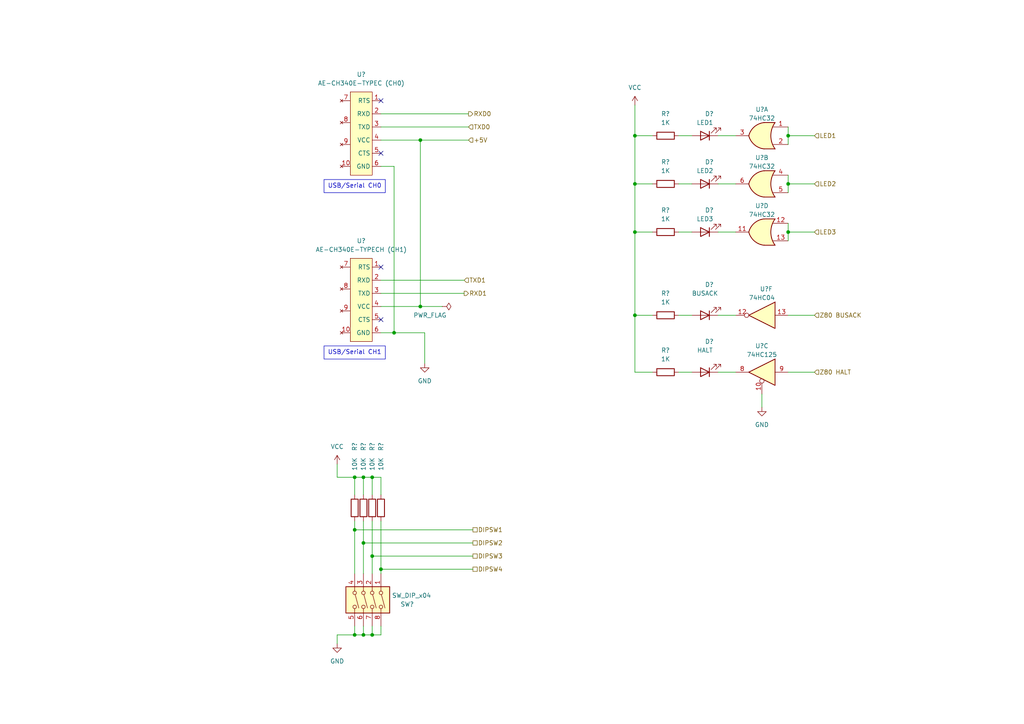
<source format=kicad_sch>
(kicad_sch (version 20230121) (generator eeschema)
  (paper "A4")
  (title_block (title "External I/O") (date "2023-08-27") (company "By 46nori"))
  (lib_symbols
    (symbol "46nori_Library:AE-CH340E-TYPEC"
      (property "Reference" "U" (at 0 2.54 0))
      (property "Value" "AE-CH340E-TYPEC" (at 0 0 0))
      (symbol "AE-CH340E-TYPEC_1_1"
        (rectangle (start -3.81 -1.27) (end 2.54 -25.4) (fill (type background)))
        (pin output line (at 5.08 -3.81 180) (length 2.54) (name "RTS") (number "1"))
        (pin no_connect line (at -6.35 -22.86 0) (length 2.54) (name "") (number "10"))
        (pin input line (at 5.08 -7.62 180) (length 2.54) (name "RXD") (number "2"))
        (pin output line (at 5.08 -11.43 180) (length 2.54) (name "TXD") (number "3"))
        (pin power_in line (at 5.08 -15.24 180) (length 2.54) (name "VCC") (number "4"))
        (pin input line (at 5.08 -19.05 180) (length 2.54) (name "CTS") (number "5"))
        (pin power_in line (at 5.08 -22.86 180) (length 2.54) (name "GND") (number "6"))
        (pin no_connect line (at -6.35 -3.81 0) (length 2.54) (name "") (number "7"))
        (pin no_connect line (at -6.35 -10.16 0) (length 2.54) (name "") (number "8"))
        (pin no_connect line (at -6.35 -16.51 0) (length 2.54) (name "") (number "9"))
      )
    )
    (symbol "74xx:74HC04"
      (property "Reference" "U" (at 0 1.27 0))
      (property "Value" "74HC04" (at 0 -1.27 0))
      (symbol "74HC04_1_0"
        (polyline (pts (xy -3.81 3.81) (xy -3.81 -3.81) (xy 3.81 0) (xy -3.81 3.81)) (stroke (width 0.254)) (fill (type background)))
        (pin input line (at -7.62 0 0) (length 3.81) (name "~") (number "1"))
        (pin output inverted (at 7.62 0 180) (length 3.81) (name "~") (number "2"))
      )
      (symbol "74HC04_2_0"
        (polyline (pts (xy -3.81 3.81) (xy -3.81 -3.81) (xy 3.81 0) (xy -3.81 3.81)) (stroke (width 0.254)) (fill (type background)))
        (pin input line (at -7.62 0 0) (length 3.81) (name "~") (number "3"))
        (pin output inverted (at 7.62 0 180) (length 3.81) (name "~") (number "4"))
      )
      (symbol "74HC04_3_0"
        (polyline (pts (xy -3.81 3.81) (xy -3.81 -3.81) (xy 3.81 0) (xy -3.81 3.81)) (stroke (width 0.254)) (fill (type background)))
        (pin input line (at -7.62 0 0) (length 3.81) (name "~") (number "5"))
        (pin output inverted (at 7.62 0 180) (length 3.81) (name "~") (number "6"))
      )
      (symbol "74HC04_4_0"
        (polyline (pts (xy -3.81 3.81) (xy -3.81 -3.81) (xy 3.81 0) (xy -3.81 3.81)) (stroke (width 0.254)) (fill (type background)))
        (pin output inverted (at 7.62 0 180) (length 3.81) (name "~") (number "8"))
        (pin input line (at -7.62 0 0) (length 3.81) (name "~") (number "9"))
      )
      (symbol "74HC04_5_0"
        (polyline (pts (xy -3.81 3.81) (xy -3.81 -3.81) (xy 3.81 0) (xy -3.81 3.81)) (stroke (width 0.254)) (fill (type background)))
        (pin output inverted (at 7.62 0 180) (length 3.81) (name "~") (number "10"))
        (pin input line (at -7.62 0 0) (length 3.81) (name "~") (number "11"))
      )
      (symbol "74HC04_6_0"
        (polyline (pts (xy -3.81 3.81) (xy -3.81 -3.81) (xy 3.81 0) (xy -3.81 3.81)) (stroke (width 0.254)) (fill (type background)))
        (pin output inverted (at 7.62 0 180) (length 3.81) (name "~") (number "12"))
        (pin input line (at -7.62 0 0) (length 3.81) (name "~") (number "13"))
      )
      (symbol "74HC04_7_0"
        (pin power_in line (at 0 12.7 270) (length 5.08) (name "VCC") (number "14"))
        (pin power_in line (at 0 -12.7 90) (length 5.08) (name "GND") (number "7"))
      )
      (symbol "74HC04_7_1"
        (rectangle (start -5.08 7.62) (end 5.08 -7.62) (stroke (width 0.254)) (fill (type background)))
      )
    )
    (symbol "74xx:74LS125" (pin_names (offset 1.016))
      (property "Reference" "U" (at 0 1.27 0))
      (property "Value" "74LS125" (at 0 -1.27 0))
      (symbol "74LS125_1_0"
        (polyline (pts (xy -3.81 3.81) (xy -3.81 -3.81) (xy 3.81 0) (xy -3.81 3.81)) (stroke (width 0.254)) (fill (type background)))
        (pin input inverted (at 0 -6.35 90) (length 4.445) (name "~") (number "1"))
        (pin input line (at -7.62 0 0) (length 3.81) (name "~") (number "2"))
        (pin tri_state line (at 7.62 0 180) (length 3.81) (name "~") (number "3"))
      )
      (symbol "74LS125_2_0"
        (polyline (pts (xy -3.81 3.81) (xy -3.81 -3.81) (xy 3.81 0) (xy -3.81 3.81)) (stroke (width 0.254)) (fill (type background)))
        (pin input inverted (at 0 -6.35 90) (length 4.445) (name "~") (number "4"))
        (pin input line (at -7.62 0 0) (length 3.81) (name "~") (number "5"))
        (pin tri_state line (at 7.62 0 180) (length 3.81) (name "~") (number "6"))
      )
      (symbol "74LS125_3_0"
        (polyline (pts (xy -3.81 3.81) (xy -3.81 -3.81) (xy 3.81 0) (xy -3.81 3.81)) (stroke (width 0.254)) (fill (type background)))
        (pin input inverted (at 0 -6.35 90) (length 4.445) (name "~") (number "10"))
        (pin tri_state line (at 7.62 0 180) (length 3.81) (name "~") (number "8"))
        (pin input line (at -7.62 0 0) (length 3.81) (name "~") (number "9"))
      )
      (symbol "74LS125_4_0"
        (polyline (pts (xy -3.81 3.81) (xy -3.81 -3.81) (xy 3.81 0) (xy -3.81 3.81)) (stroke (width 0.254)) (fill (type background)))
        (pin tri_state line (at 7.62 0 180) (length 3.81) (name "~") (number "11"))
        (pin input line (at -7.62 0 0) (length 3.81) (name "~") (number "12"))
        (pin input inverted (at 0 -6.35 90) (length 4.445) (name "~") (number "13"))
      )
      (symbol "74LS125_5_0"
        (pin power_in line (at 0 12.7 270) (length 5.08) (name "VCC") (number "14"))
        (pin power_in line (at 0 -12.7 90) (length 5.08) (name "GND") (number "7"))
      )
      (symbol "74LS125_5_1"
        (rectangle (start -5.08 7.62) (end 5.08 -7.62) (stroke (width 0.254)) (fill (type background)))
      )
    )
    (symbol "74xx:74LS32" (pin_names (offset 1.016))
      (property "Reference" "U" (at 0 1.27 0))
      (property "Value" "74LS32" (at 0 -1.27 0))
      (symbol "74LS32_1_1"
        (arc (start -3.81 -3.81) (mid -2.589 0) (end -3.81 3.81) (stroke (width 0.254)))
        (arc (start -0.6096 -3.81) (mid 2.1842 -2.5851) (end 3.81 0) (stroke (width 0.254)) (fill (type background)))
        (polyline (pts (xy -3.81 -3.81) (xy -0.635 -3.81)) (stroke (width 0.254)) (fill (type background)))
        (polyline (pts (xy -3.81 3.81) (xy -0.635 3.81)) (stroke (width 0.254)) (fill (type background)))
        (polyline (pts (xy -0.635 3.81) (xy -3.81 3.81) (xy -3.81 3.81) (xy -3.556 3.4036) (xy -3.0226 2.2606) (xy -2.6924 1.0414) (xy -2.6162 -0.254) (xy -2.7686 -1.4986) (xy -3.175 -2.7178) (xy -3.81 -3.81) (xy -3.81 -3.81) (xy -0.635 -3.81)) (stroke (width -25.4)) (fill (type background)))
        (arc (start 3.81 0) (mid 2.1915 2.5936) (end -0.6096 3.81) (stroke (width 0.254)) (fill (type background)))
        (pin input line (at -7.62 2.54 0) (length 4.318) (name "~") (number "1"))
        (pin input line (at -7.62 -2.54 0) (length 4.318) (name "~") (number "2"))
        (pin output line (at 7.62 0 180) (length 3.81) (name "~") (number "3"))
      )
      (symbol "74LS32_1_2"
        (arc (start 0 -3.81) (mid 3.7934 0) (end 0 3.81) (stroke (width 0.254)) (fill (type background)))
        (polyline (pts (xy 0 3.81) (xy -3.81 3.81) (xy -3.81 -3.81) (xy 0 -3.81)) (stroke (width 0.254)) (fill (type background)))
        (pin input inverted (at -7.62 2.54 0) (length 3.81) (name "~") (number "1"))
        (pin input inverted (at -7.62 -2.54 0) (length 3.81) (name "~") (number "2"))
        (pin output inverted (at 7.62 0 180) (length 3.81) (name "~") (number "3"))
      )
      (symbol "74LS32_2_1"
        (arc (start -3.81 -3.81) (mid -2.589 0) (end -3.81 3.81) (stroke (width 0.254)))
        (arc (start -0.6096 -3.81) (mid 2.1842 -2.5851) (end 3.81 0) (stroke (width 0.254)) (fill (type background)))
        (polyline (pts (xy -3.81 -3.81) (xy -0.635 -3.81)) (stroke (width 0.254)) (fill (type background)))
        (polyline (pts (xy -3.81 3.81) (xy -0.635 3.81)) (stroke (width 0.254)) (fill (type background)))
        (polyline (pts (xy -0.635 3.81) (xy -3.81 3.81) (xy -3.81 3.81) (xy -3.556 3.4036) (xy -3.0226 2.2606) (xy -2.6924 1.0414) (xy -2.6162 -0.254) (xy -2.7686 -1.4986) (xy -3.175 -2.7178) (xy -3.81 -3.81) (xy -3.81 -3.81) (xy -0.635 -3.81)) (stroke (width -25.4)) (fill (type background)))
        (arc (start 3.81 0) (mid 2.1915 2.5936) (end -0.6096 3.81) (stroke (width 0.254)) (fill (type background)))
        (pin input line (at -7.62 2.54 0) (length 4.318) (name "~") (number "4"))
        (pin input line (at -7.62 -2.54 0) (length 4.318) (name "~") (number "5"))
        (pin output line (at 7.62 0 180) (length 3.81) (name "~") (number "6"))
      )
      (symbol "74LS32_2_2"
        (arc (start 0 -3.81) (mid 3.7934 0) (end 0 3.81) (stroke (width 0.254)) (fill (type background)))
        (polyline (pts (xy 0 3.81) (xy -3.81 3.81) (xy -3.81 -3.81) (xy 0 -3.81)) (stroke (width 0.254)) (fill (type background)))
        (pin input inverted (at -7.62 2.54 0) (length 3.81) (name "~") (number "4"))
        (pin input inverted (at -7.62 -2.54 0) (length 3.81) (name "~") (number "5"))
        (pin output inverted (at 7.62 0 180) (length 3.81) (name "~") (number "6"))
      )
      (symbol "74LS32_3_1"
        (arc (start -3.81 -3.81) (mid -2.589 0) (end -3.81 3.81) (stroke (width 0.254)))
        (arc (start -0.6096 -3.81) (mid 2.1842 -2.5851) (end 3.81 0) (stroke (width 0.254)) (fill (type background)))
        (polyline (pts (xy -3.81 -3.81) (xy -0.635 -3.81)) (stroke (width 0.254)) (fill (type background)))
        (polyline (pts (xy -3.81 3.81) (xy -0.635 3.81)) (stroke (width 0.254)) (fill (type background)))
        (polyline (pts (xy -0.635 3.81) (xy -3.81 3.81) (xy -3.81 3.81) (xy -3.556 3.4036) (xy -3.0226 2.2606) (xy -2.6924 1.0414) (xy -2.6162 -0.254) (xy -2.7686 -1.4986) (xy -3.175 -2.7178) (xy -3.81 -3.81) (xy -3.81 -3.81) (xy -0.635 -3.81)) (stroke (width -25.4)) (fill (type background)))
        (arc (start 3.81 0) (mid 2.1915 2.5936) (end -0.6096 3.81) (stroke (width 0.254)) (fill (type background)))
        (pin input line (at -7.62 -2.54 0) (length 4.318) (name "~") (number "10"))
        (pin output line (at 7.62 0 180) (length 3.81) (name "~") (number "8"))
        (pin input line (at -7.62 2.54 0) (length 4.318) (name "~") (number "9"))
      )
      (symbol "74LS32_3_2"
        (arc (start 0 -3.81) (mid 3.7934 0) (end 0 3.81) (stroke (width 0.254)) (fill (type background)))
        (polyline (pts (xy 0 3.81) (xy -3.81 3.81) (xy -3.81 -3.81) (xy 0 -3.81)) (stroke (width 0.254)) (fill (type background)))
        (pin input inverted (at -7.62 -2.54 0) (length 3.81) (name "~") (number "10"))
        (pin output inverted (at 7.62 0 180) (length 3.81) (name "~") (number "8"))
        (pin input inverted (at -7.62 2.54 0) (length 3.81) (name "~") (number "9"))
      )
      (symbol "74LS32_4_1"
        (arc (start -3.81 -3.81) (mid -2.589 0) (end -3.81 3.81) (stroke (width 0.254)))
        (arc (start -0.6096 -3.81) (mid 2.1842 -2.5851) (end 3.81 0) (stroke (width 0.254)) (fill (type background)))
        (polyline (pts (xy -3.81 -3.81) (xy -0.635 -3.81)) (stroke (width 0.254)) (fill (type background)))
        (polyline (pts (xy -3.81 3.81) (xy -0.635 3.81)) (stroke (width 0.254)) (fill (type background)))
        (polyline (pts (xy -0.635 3.81) (xy -3.81 3.81) (xy -3.81 3.81) (xy -3.556 3.4036) (xy -3.0226 2.2606) (xy -2.6924 1.0414) (xy -2.6162 -0.254) (xy -2.7686 -1.4986) (xy -3.175 -2.7178) (xy -3.81 -3.81) (xy -3.81 -3.81) (xy -0.635 -3.81)) (stroke (width -25.4)) (fill (type background)))
        (arc (start 3.81 0) (mid 2.1915 2.5936) (end -0.6096 3.81) (stroke (width 0.254)) (fill (type background)))
        (pin output line (at 7.62 0 180) (length 3.81) (name "~") (number "11"))
        (pin input line (at -7.62 2.54 0) (length 4.318) (name "~") (number "12"))
        (pin input line (at -7.62 -2.54 0) (length 4.318) (name "~") (number "13"))
      )
      (symbol "74LS32_4_2"
        (arc (start 0 -3.81) (mid 3.7934 0) (end 0 3.81) (stroke (width 0.254)) (fill (type background)))
        (polyline (pts (xy 0 3.81) (xy -3.81 3.81) (xy -3.81 -3.81) (xy 0 -3.81)) (stroke (width 0.254)) (fill (type background)))
        (pin output inverted (at 7.62 0 180) (length 3.81) (name "~") (number "11"))
        (pin input inverted (at -7.62 2.54 0) (length 3.81) (name "~") (number "12"))
        (pin input inverted (at -7.62 -2.54 0) (length 3.81) (name "~") (number "13"))
      )
      (symbol "74LS32_5_0"
        (pin power_in line (at 0 12.7 270) (length 5.08) (name "VCC") (number "14"))
        (pin power_in line (at 0 -12.7 90) (length 5.08) (name "GND") (number "7"))
      )
      (symbol "74LS32_5_1"
        (rectangle (start -5.08 7.62) (end 5.08 -7.62) (stroke (width 0.254)) (fill (type background)))
      )
    )
    (symbol "AE-CH340E-TYPEC_1"
      (property "Reference" "U" (at 0 2.54 0))
      (property "Value" "AE-CH340E-TYPEC" (at 0 0 0))
      (symbol "AE-CH340E-TYPEC_1_1_1"
        (rectangle (start -3.81 -1.27) (end 2.54 -25.4) (fill (type background)))
        (pin output line (at 5.08 -3.81 180) (length 2.54) (name "RTS") (number "1"))
        (pin no_connect line (at -6.35 -22.86 0) (length 2.54) (name "") (number "10"))
        (pin input line (at 5.08 -7.62 180) (length 2.54) (name "RXD") (number "2"))
        (pin output line (at 5.08 -11.43 180) (length 2.54) (name "TXD") (number "3"))
        (pin power_in line (at 5.08 -15.24 180) (length 2.54) (name "VCC") (number "4"))
        (pin input line (at 5.08 -19.05 180) (length 2.54) (name "CTS") (number "5"))
        (pin power_in line (at 5.08 -22.86 180) (length 2.54) (name "GND") (number "6"))
        (pin no_connect line (at -6.35 -3.81 0) (length 2.54) (name "") (number "7"))
        (pin no_connect line (at -6.35 -10.16 0) (length 2.54) (name "") (number "8"))
        (pin no_connect line (at -6.35 -16.51 0) (length 2.54) (name "") (number "9"))
      )
    )
    (symbol "Device:LED" (pin_numbers hide) (pin_names (offset 1.016) hide)
      (property "Reference" "D" (at 0 2.54 0))
      (property "Value" "LED" (at 0 -2.54 0))
      (symbol "LED_0_1"
        (polyline (pts (xy -1.27 -1.27) (xy -1.27 1.27)) (stroke (width 0.254)))
        (polyline (pts (xy -1.27 0) (xy 1.27 0)))
        (polyline (pts (xy 1.27 -1.27) (xy 1.27 1.27) (xy -1.27 0) (xy 1.27 -1.27)) (stroke (width 0.254)))
        (polyline (pts (xy -3.048 -0.762) (xy -4.572 -2.286) (xy -3.81 -2.286) (xy -4.572 -2.286) (xy -4.572 -1.524)))
        (polyline (pts (xy -1.778 -0.762) (xy -3.302 -2.286) (xy -2.54 -2.286) (xy -3.302 -2.286) (xy -3.302 -1.524)))
      )
      (symbol "LED_1_1"
        (pin passive line (at -3.81 0 0) (length 2.54) (name "K") (number "1"))
        (pin passive line (at 3.81 0 180) (length 2.54) (name "A") (number "2"))
      )
    )
    (symbol "Device:R" (pin_numbers hide) (pin_names (offset 0))
      (property "Reference" "R" (at 2.032 0 90))
      (property "Value" "R" (at 0 0 90))
      (symbol "R_0_1"
        (rectangle (start -1.016 -2.54) (end 1.016 2.54) (stroke (width 0.254)))
      )
      (symbol "R_1_1"
        (pin passive line (at 0 3.81 270) (length 1.27) (name "~") (number "1"))
        (pin passive line (at 0 -3.81 90) (length 1.27) (name "~") (number "2"))
      )
    )
    (symbol "Switch:SW_DIP_x04" (pin_names (offset 0) hide)
      (property "Reference" "SW" (at 0 8.89 0))
      (property "Value" "SW_DIP_x04" (at 0 -6.35 0))
      (symbol "SW_DIP_x04_0_0"
        (circle (center -2.032 -2.54) (radius 0.508))
        (circle (center -2.032 0) (radius 0.508))
        (circle (center -2.032 2.54) (radius 0.508))
        (circle (center -2.032 5.08) (radius 0.508))
        (polyline (pts (xy -1.524 -2.3876) (xy 2.3622 -1.3462)))
        (polyline (pts (xy -1.524 0.127) (xy 2.3622 1.1684)))
        (polyline (pts (xy -1.524 2.667) (xy 2.3622 3.7084)))
        (polyline (pts (xy -1.524 5.207) (xy 2.3622 6.2484)))
        (circle (center 2.032 -2.54) (radius 0.508))
        (circle (center 2.032 0) (radius 0.508))
        (circle (center 2.032 2.54) (radius 0.508))
        (circle (center 2.032 5.08) (radius 0.508))
      )
      (symbol "SW_DIP_x04_0_1"
        (rectangle (start -3.81 7.62) (end 3.81 -5.08) (stroke (width 0.254)) (fill (type background)))
      )
      (symbol "SW_DIP_x04_1_1"
        (pin passive line (at -7.62 5.08 0) (length 5.08) (name "~") (number "1"))
        (pin passive line (at -7.62 2.54 0) (length 5.08) (name "~") (number "2"))
        (pin passive line (at -7.62 0 0) (length 5.08) (name "~") (number "3"))
        (pin passive line (at -7.62 -2.54 0) (length 5.08) (name "~") (number "4"))
        (pin passive line (at 7.62 -2.54 180) (length 5.08) (name "~") (number "5"))
        (pin passive line (at 7.62 0 180) (length 5.08) (name "~") (number "6"))
        (pin passive line (at 7.62 2.54 180) (length 5.08) (name "~") (number "7"))
        (pin passive line (at 7.62 5.08 180) (length 5.08) (name "~") (number "8"))
      )
    )
    (symbol "power:GND" (power) (pin_names (offset 0))
      (property "Value" "GND" (at 0 -3.81 0))
      (symbol "GND_0_1"
        (polyline (pts (xy 0 0) (xy 0 -1.27) (xy 1.27 -1.27) (xy 0 -2.54) (xy -1.27 -1.27) (xy 0 -1.27)))
      )
      (symbol "GND_1_1"
        (pin power_in line (at 0 0 270) (length 0) hide (name "GND") (number "1"))
      )
    )
    (symbol "power:PWR_FLAG" (power) (pin_numbers hide) (pin_names (offset 0) hide)
      (property "Value" "PWR_FLAG" (at 0 3.81 0))
      (symbol "PWR_FLAG_0_0"
        (pin power_out line (at 0 0 90) (length 0) (name "pwr") (number "1"))
      )
      (symbol "PWR_FLAG_0_1"
        (polyline (pts (xy 0 0) (xy 0 1.27) (xy -1.016 1.905) (xy 0 2.54) (xy 1.016 1.905) (xy 0 1.27)))
      )
    )
    (symbol "power:VCC" (power) (pin_names (offset 0))
      (property "Value" "VCC" (at 0 3.81 0))
      (symbol "VCC_0_1"
        (polyline (pts (xy -0.762 1.27) (xy 0 2.54)))
        (polyline (pts (xy 0 0) (xy 0 2.54)))
        (polyline (pts (xy 0 2.54) (xy 0.762 1.27)))
      )
      (symbol "VCC_1_1"
        (pin power_in line (at 0 0 90) (length 0) hide (name "VCC") (number "1"))
      )
    )
  )
  (junction (at 228.6 39.37))
  (junction (at 105.41 138.43))
  (junction (at 184.15 39.37))
  (junction (at 105.41 157.48))
  (junction (at 102.87 153.67))
  (junction (at 107.95 138.43))
  (junction (at 121.92 88.9))
  (junction (at 228.6 67.31))
  (junction (at 105.41 184.15))
  (junction (at 107.95 161.29))
  (junction (at 121.92 40.64))
  (junction (at 110.49 165.1))
  (junction (at 228.6 53.34))
  (junction (at 107.95 184.15))
  (junction (at 102.87 184.15))
  (junction (at 184.15 67.31))
  (junction (at 114.3 96.52))
  (junction (at 102.87 138.43))
  (junction (at 184.15 91.44))
  (junction (at 184.15 53.34))
  (no_connect (at 110.49 44.45))
  (no_connect (at 110.49 77.47))
  (no_connect (at 110.49 92.71))
  (no_connect (at 110.49 29.21))
  (wire (pts (xy 110.49 33.02) (xy 135.89 33.02)))
  (wire (pts (xy 121.92 40.64) (xy 121.92 88.9)))
  (wire (pts (xy 114.3 48.26) (xy 110.49 48.26)))
  (wire (pts (xy 236.22 67.31) (xy 228.6 67.31)))
  (wire (pts (xy 184.15 39.37) (xy 189.23 39.37)))
  (wire (pts (xy 110.49 81.28) (xy 134.62 81.28)))
  (wire (pts (xy 102.87 153.67) (xy 102.87 166.37)))
  (wire (pts (xy 105.41 151.13) (xy 105.41 157.48)))
  (wire (pts (xy 110.49 88.9) (xy 121.92 88.9)))
  (wire (pts (xy 97.79 184.15) (xy 97.79 186.69)))
  (wire (pts (xy 105.41 184.15) (xy 107.95 184.15)))
  (wire (pts (xy 228.6 91.44) (xy 236.22 91.44)))
  (wire (pts (xy 213.36 91.44) (xy 208.28 91.44)))
  (wire (pts (xy 208.28 39.37) (xy 213.36 39.37)))
  (wire (pts (xy 123.19 96.52) (xy 123.19 105.41)))
  (wire (pts (xy 114.3 96.52) (xy 123.19 96.52)))
  (wire (pts (xy 228.6 50.8) (xy 228.6 53.34)))
  (wire (pts (xy 220.98 114.3) (xy 220.98 118.11)))
  (wire (pts (xy 110.49 143.51) (xy 110.49 138.43)))
  (wire (pts (xy 110.49 85.09) (xy 134.62 85.09)))
  (wire (pts (xy 196.85 67.31) (xy 200.66 67.31)))
  (wire (pts (xy 196.85 53.34) (xy 200.66 53.34)))
  (wire (pts (xy 184.15 107.95) (xy 189.23 107.95)))
  (wire (pts (xy 105.41 157.48) (xy 105.41 166.37)))
  (wire (pts (xy 107.95 151.13) (xy 107.95 161.29)))
  (wire (pts (xy 102.87 181.61) (xy 102.87 184.15)))
  (wire (pts (xy 114.3 48.26) (xy 114.3 96.52)))
  (wire (pts (xy 184.15 91.44) (xy 189.23 91.44)))
  (wire (pts (xy 196.85 39.37) (xy 200.66 39.37)))
  (wire (pts (xy 121.92 40.64) (xy 135.89 40.64)))
  (wire (pts (xy 121.92 88.9) (xy 128.27 88.9)))
  (wire (pts (xy 208.28 53.34) (xy 213.36 53.34)))
  (wire (pts (xy 102.87 151.13) (xy 102.87 153.67)))
  (wire (pts (xy 107.95 161.29) (xy 107.95 166.37)))
  (wire (pts (xy 228.6 39.37) (xy 228.6 41.91)))
  (wire (pts (xy 110.49 138.43) (xy 107.95 138.43)))
  (wire (pts (xy 110.49 151.13) (xy 110.49 165.1)))
  (wire (pts (xy 228.6 36.83) (xy 228.6 39.37)))
  (wire (pts (xy 102.87 153.67) (xy 137.16 153.67)))
  (wire (pts (xy 107.95 138.43) (xy 107.95 143.51)))
  (wire (pts (xy 228.6 53.34) (xy 236.22 53.34)))
  (wire (pts (xy 196.85 91.44) (xy 200.66 91.44)))
  (wire (pts (xy 184.15 67.31) (xy 184.15 91.44)))
  (wire (pts (xy 97.79 134.62) (xy 97.79 138.43)))
  (wire (pts (xy 184.15 53.34) (xy 189.23 53.34)))
  (wire (pts (xy 107.95 138.43) (xy 105.41 138.43)))
  (wire (pts (xy 184.15 39.37) (xy 184.15 53.34)))
  (wire (pts (xy 208.28 67.31) (xy 213.36 67.31)))
  (wire (pts (xy 137.16 161.29) (xy 107.95 161.29)))
  (wire (pts (xy 184.15 67.31) (xy 189.23 67.31)))
  (wire (pts (xy 110.49 96.52) (xy 114.3 96.52)))
  (wire (pts (xy 110.49 40.64) (xy 121.92 40.64)))
  (wire (pts (xy 105.41 157.48) (xy 137.16 157.48)))
  (wire (pts (xy 105.41 143.51) (xy 105.41 138.43)))
  (wire (pts (xy 102.87 138.43) (xy 102.87 143.51)))
  (wire (pts (xy 228.6 39.37) (xy 236.22 39.37)))
  (wire (pts (xy 184.15 53.34) (xy 184.15 67.31)))
  (wire (pts (xy 228.6 53.34) (xy 228.6 55.88)))
  (wire (pts (xy 110.49 184.15) (xy 107.95 184.15)))
  (wire (pts (xy 105.41 181.61) (xy 105.41 184.15)))
  (wire (pts (xy 107.95 181.61) (xy 107.95 184.15)))
  (wire (pts (xy 110.49 181.61) (xy 110.49 184.15)))
  (wire (pts (xy 105.41 184.15) (xy 102.87 184.15)))
  (wire (pts (xy 228.6 107.95) (xy 236.22 107.95)))
  (wire (pts (xy 105.41 138.43) (xy 102.87 138.43)))
  (wire (pts (xy 110.49 165.1) (xy 137.16 165.1)))
  (wire (pts (xy 97.79 184.15) (xy 102.87 184.15)))
  (wire (pts (xy 228.6 64.77) (xy 228.6 67.31)))
  (wire (pts (xy 110.49 36.83) (xy 135.89 36.83)))
  (wire (pts (xy 208.28 107.95) (xy 213.36 107.95)))
  (wire (pts (xy 97.79 138.43) (xy 102.87 138.43)))
  (wire (pts (xy 228.6 67.31) (xy 228.6 69.85)))
  (wire (pts (xy 184.15 91.44) (xy 184.15 107.95)))
  (wire (pts (xy 196.85 107.95) (xy 200.66 107.95)))
  (wire (pts (xy 110.49 165.1) (xy 110.49 166.37)))
  (wire (pts (xy 184.15 30.48) (xy 184.15 39.37)))
  (text_box "USB/Serial CH1" (at 93.98 100.33 0) (size 17.78 3.81) (effects (font (size 1.27 1.27)) (justify top)))
  (text_box "USB/Serial CH0" (at 93.98 52.07 0) (size 17.78 3.81) (effects (font (size 1.27 1.27)) (justify top)))
  (hierarchical_label "LED2" (shape input) (at 236.22 53.34 0))
  (hierarchical_label "DIPSW2" (shape passive) (at 137.16 157.48 0))
  (hierarchical_label "LED3" (shape input) (at 236.22 67.31 0))
  (hierarchical_label "Z80 BUSACK" (shape input) (at 236.22 91.44 0))
  (hierarchical_label "DIPSW1" (shape passive) (at 137.16 153.67 0))
  (hierarchical_label "TXD0" (shape input) (at 135.89 36.83 0))
  (hierarchical_label "Z80 HALT" (shape input) (at 236.22 107.95 0))
  (hierarchical_label "LED1" (shape input) (at 236.22 39.37 0))
  (hierarchical_label "DIPSW3" (shape passive) (at 137.16 161.29 0))
  (hierarchical_label "DIPSW4" (shape passive) (at 137.16 165.1 0))
  (hierarchical_label "+5V" (shape input) (at 135.89 40.64 0))
  (hierarchical_label "RXD0" (shape output) (at 135.89 33.02 0))
  (hierarchical_label "RXD1" (shape output) (at 134.62 85.09 0))
  (hierarchical_label "TXD1" (shape input) (at 134.62 81.28 0))
  (symbol (lib_id "power:VCC") (at 97.79 134.62 0) (unit 1)
    (property "Reference" "#PWR?" (effects hide))
    (property "Value" "VCC" (at 97.79 129.54 0))
    (instances (project "Z80ATmega128" (path "" (reference "#PWR?") (unit 1)) (path "" (reference "#PWR085") (unit 1))))
  )
  (symbol (lib_id "Device:R") (at 193.04 67.31 270) (unit 1)
    (property "Reference" "R?" (at 193.04 60.96 90))
    (property "Value" "1K" (at 193.04 63.5 90))
    (property "Footprint" "Resistor_THT:R_Axial_DIN0204_L3.6mm_D1.6mm_P7.62mm_Horizontal" (effects hide))
    (instances (project "Z80ATmega128" (path "" (reference "R?") (unit 1)) (path "" (reference "R26") (unit 1))))
  )
  (symbol (lib_id "Device:R") (at 102.87 147.32 0) (unit 1)
    (property "Reference" "R?" (at 102.87 129.54 90))
    (property "Value" "10K" (at 102.87 134.62 90))
    (property "Footprint" "Resistor_THT:R_Axial_DIN0204_L3.6mm_D1.6mm_P7.62mm_Horizontal" (effects hide))
    (instances (project "Z80ATmega128" (path "" (reference "R?") (unit 1)) (path "" (reference "R29") (unit 1))))
  )
  (symbol (lib_id "Device:R") (at 193.04 39.37 270) (unit 1)
    (property "Reference" "R?" (at 193.04 33.02 90))
    (property "Value" "1K" (at 193.04 35.56 90))
    (property "Footprint" "Resistor_THT:R_Axial_DIN0204_L3.6mm_D1.6mm_P7.62mm_Horizontal" (effects hide))
    (instances (project "Z80ATmega128" (path "" (reference "R?") (unit 1)) (path "" (reference "R24") (unit 1))))
  )
  (symbol (lib_id "74xx:74LS125") (at 220.98 107.95 0) (mirror y) (unit 3)
    (property "Reference" "U?" (at 220.98 100.33 0))
    (property "Value" "74HC125" (at 220.98 102.87 0))
    (property "Footprint" "Package_DIP:DIP-14_W7.62mm_Socket" (effects hide))
    (property "Datasheet" "http://www.ti.com/lit/gpn/sn74LS125" (effects hide))
    (instances (project "Z80ATmega128" (path "" (reference "U?") (unit 3)) (path "" (reference "U8") (unit 3))))
  )
  (symbol (lib_id "Device:R") (at 105.41 147.32 0) (unit 1)
    (property "Reference" "R?" (at 105.41 129.54 90))
    (property "Value" "10K" (at 105.41 134.62 90))
    (property "Footprint" "Resistor_THT:R_Axial_DIN0204_L3.6mm_D1.6mm_P7.62mm_Horizontal" (effects hide))
    (instances (project "Z80ATmega128" (path "" (reference "R?") (unit 1)) (path "" (reference "R30") (unit 1))))
  )
  (symbol (lib_id "power:PWR_FLAG") (at 128.27 88.9 270) (mirror x) (unit 1)
    (property "Reference" "#FLG?" (effects hide))
    (property "Value" "PWR_FLAG" (at 129.54 91.44 90) (effects (justify right)))
    (instances (project "Z80ATmega128" (path "" (reference "#FLG?") (unit 1)) (path "" (reference "#FLG03") (unit 1))))
  )
  (symbol (lib_id "Device:LED") (at 204.47 53.34 180) (unit 1)
    (property "Reference" "D?" (at 205.74 46.99 0))
    (property "Value" "LED2" (at 204.47 49.53 0))
    (property "Footprint" "LED_THT:LED_D3.0mm" (effects hide))
    (instances (project "Z80ATmega128" (path "" (reference "D?") (unit 1)) (path "" (reference "D4") (unit 1))))
  )
  (symbol (lib_id "Switch:SW_DIP_x04") (at 105.41 173.99 270) (unit 1)
    (property "Reference" "SW?" (at 118.11 175.26 90))
    (property "Value" "SW_DIP_x04" (at 119.38 172.72 90))
    (property "Footprint" "Button_Switch_THT:SW_DIP_SPSTx04_Slide_9.78x12.34mm_W7.62mm_P2.54mm" (effects hide))
    (instances (project "Z80ATmega128" (path "" (reference "SW?") (unit 1)) (path "" (reference "SW3") (unit 1))))
  )
  (symbol (lib_id "Device:LED") (at 204.47 107.95 180) (unit 1)
    (property "Reference" "D?" (at 205.74 99.06 0))
    (property "Value" "HALT" (at 204.47 101.6 0))
    (property "Footprint" "LED_THT:LED_D3.0mm" (effects hide))
    (instances (project "Z80ATmega128" (path "" (reference "D?") (unit 1)) (path "" (reference "D7") (unit 1))))
  )
  (symbol (lib_id "Device:LED") (at 204.47 67.31 180) (unit 1)
    (property "Reference" "D?" (at 205.74 60.96 0))
    (property "Value" "LED3" (at 204.47 63.5 0))
    (property "Footprint" "LED_THT:LED_D3.0mm" (effects hide))
    (instances (project "Z80ATmega128" (path "" (reference "D?") (unit 1)) (path "" (reference "D5") (unit 1))))
  )
  (symbol (lib_id "Device:R") (at 193.04 107.95 90) (mirror x) (unit 1)
    (property "Reference" "R?" (at 193.04 101.6 90))
    (property "Value" "1K" (at 193.04 104.14 90))
    (property "Footprint" "Resistor_THT:R_Axial_DIN0204_L3.6mm_D1.6mm_P7.62mm_Horizontal" (effects hide))
    (instances (project "Z80ATmega128" (path "" (reference "R?") (unit 1)) (path "" (reference "R28") (unit 1))))
  )
  (symbol (lib_id "Device:R") (at 110.49 147.32 0) (unit 1)
    (property "Reference" "R?" (at 110.49 129.54 90))
    (property "Value" "10K" (at 110.49 134.62 90))
    (property "Footprint" "Resistor_THT:R_Axial_DIN0204_L3.6mm_D1.6mm_P7.62mm_Horizontal" (effects hide))
    (instances (project "Z80ATmega128" (path "" (reference "R?") (unit 1)) (path "" (reference "R32") (unit 1))))
  )
  (symbol (lib_id "power:VCC") (at 184.15 30.48 0) (unit 1)
    (property "Reference" "#PWR?" (effects hide))
    (property "Value" "VCC" (at 184.15 25.4 0))
    (instances (project "Z80ATmega128" (path "" (reference "#PWR?") (unit 1)) (path "" (reference "#PWR082") (unit 1))))
  )
  (symbol (lib_name "AE-CH340E-TYPEC_1") (lib_id "46nori_Library:AE-CH340E-TYPEC") (at 105.41 73.66 0) (unit 1)
    (property "Reference" "U?" (at 104.775 69.85 0))
    (property "Value" "AE-CH340E-TYPECH (CH1)" (at 104.775 72.39 0))
    (property "Footprint" "46nori:AE-CH340E-TYPECH" (effects hide))
    (property "Datasheet" "https://akizukidenshi.com/download/ds/akizuki/AE-CH340E-TYPEC.pdf" (effects hide))
    (instances (project "Z80ATmega128" (path "" (reference "U?") (unit 1)) (path "" (reference "U19") (unit 1))))
  )
  (symbol (lib_id "46nori_Library:AE-CH340E-TYPEC") (at 105.41 25.4 0) (unit 1)
    (property "Reference" "U?" (at 104.775 21.59 0))
    (property "Value" "AE-CH340E-TYPEC (CH0)" (at 104.775 24.13 0))
    (property "Footprint" "46nori:AE-CH340E-TYPECH" (effects hide))
    (property "Datasheet" "https://akizukidenshi.com/download/ds/akizuki/AE-CH340E-TYPEC.pdf" (effects hide))
    (instances (project "Z80ATmega128" (path "" (reference "U?") (unit 1)) (path "" (reference "U18") (unit 1))))
  )
  (symbol (lib_id "Device:R") (at 107.95 147.32 0) (unit 1)
    (property "Reference" "R?" (at 107.95 129.54 90))
    (property "Value" "10K" (at 107.95 134.62 90))
    (property "Footprint" "Resistor_THT:R_Axial_DIN0204_L3.6mm_D1.6mm_P7.62mm_Horizontal" (effects hide))
    (instances (project "Z80ATmega128" (path "" (reference "R?") (unit 1)) (path "" (reference "R31") (unit 1))))
  )
  (symbol (lib_id "74xx:74HC04") (at 220.98 91.44 0) (mirror y) (unit 6)
    (property "Reference" "U?" (at 222.25 83.82 0))
    (property "Value" "74HC04" (at 220.98 86.36 0))
    (property "Footprint" "Package_DIP:DIP-14_W7.62mm_Socket" (effects hide))
    (property "Datasheet" "https://assets.nexperia.com/documents/data-sheet/74HC_HCT04.pdf" (effects hide))
    (instances (project "Z80ATmega128" (path "" (reference "U?") (unit 6)) (path "" (reference "U4") (unit 6))))
  )
  (symbol (lib_id "Device:LED") (at 204.47 91.44 180) (unit 1)
    (property "Reference" "D?" (at 205.74 82.55 0))
    (property "Value" "BUSACK" (at 204.47 85.09 0))
    (property "Footprint" "LED_THT:LED_D3.0mm" (effects hide))
    (instances (project "Z80ATmega128" (path "" (reference "D?") (unit 1)) (path "" (reference "D6") (unit 1))))
  )
  (symbol (lib_id "74xx:74LS32") (at 220.98 67.31 0) (mirror y) (unit 4)
    (property "Reference" "U?" (at 220.98 59.69 0))
    (property "Value" "74HC32" (at 220.98 62.23 0))
    (property "Footprint" "Package_DIP:DIP-14_W7.62mm_Socket" (effects hide))
    (property "Datasheet" "http://www.ti.com/lit/gpn/sn74HC32" (effects hide))
    (instances (project "Z80ATmega128" (path "" (reference "U?") (unit 4)) (path "" (reference "U13") (unit 4))))
  )
  (symbol (lib_id "74xx:74LS32") (at 220.98 53.34 0) (mirror y) (unit 2)
    (property "Reference" "U?" (at 220.98 45.72 0))
    (property "Value" "74HC32" (at 220.98 48.26 0))
    (property "Footprint" "Package_DIP:DIP-14_W7.62mm_Socket" (effects hide))
    (property "Datasheet" "http://www.ti.com/lit/gpn/sn74HC32" (effects hide))
    (instances (project "Z80ATmega128" (path "" (reference "U?") (unit 2)) (path "" (reference "U13") (unit 2))))
  )
  (symbol (lib_id "power:GND") (at 97.79 186.69 0) (unit 1)
    (property "Reference" "#PWR?" (effects hide))
    (property "Value" "GND" (at 97.79 191.77 0))
    (instances (project "Z80ATmega128" (path "" (reference "#PWR?") (unit 1)) (path "" (reference "#PWR086") (unit 1))))
  )
  (symbol (lib_id "Device:R") (at 193.04 91.44 270) (unit 1)
    (property "Reference" "R?" (at 193.04 85.09 90))
    (property "Value" "1K" (at 193.04 87.63 90))
    (property "Footprint" "Resistor_THT:R_Axial_DIN0204_L3.6mm_D1.6mm_P7.62mm_Horizontal" (effects hide))
    (instances (project "Z80ATmega128" (path "" (reference "R?") (unit 1)) (path "" (reference "R27") (unit 1))))
  )
  (symbol (lib_id "Device:LED") (at 204.47 39.37 180) (unit 1)
    (property "Reference" "D?" (at 205.74 33.02 0))
    (property "Value" "LED1" (at 204.47 35.56 0))
    (property "Footprint" "LED_THT:LED_D3.0mm" (effects hide))
    (instances (project "Z80ATmega128" (path "" (reference "D?") (unit 1)) (path "" (reference "D3") (unit 1))))
  )
  (symbol (lib_id "Device:R") (at 193.04 53.34 270) (unit 1)
    (property "Reference" "R?" (at 193.04 46.99 90))
    (property "Value" "1K" (at 193.04 49.53 90))
    (property "Footprint" "Resistor_THT:R_Axial_DIN0204_L3.6mm_D1.6mm_P7.62mm_Horizontal" (effects hide))
    (instances (project "Z80ATmega128" (path "" (reference "R?") (unit 1)) (path "" (reference "R25") (unit 1))))
  )
  (symbol (lib_id "power:GND") (at 220.98 118.11 0) (unit 1)
    (property "Reference" "#PWR?" (effects hide))
    (property "Value" "GND" (at 220.98 123.19 0))
    (instances (project "Z80ATmega128" (path "" (reference "#PWR?") (unit 1)) (path "" (reference "#PWR084") (unit 1))))
  )
  (symbol (lib_id "power:GND") (at 123.19 105.41 0) (unit 1)
    (property "Reference" "#PWR?" (effects hide))
    (property "Value" "GND" (at 123.19 110.49 0))
    (instances (project "Z80ATmega128" (path "" (reference "#PWR?") (unit 1)) (path "" (reference "#PWR083") (unit 1))))
  )
  (symbol (lib_id "74xx:74LS32") (at 220.98 39.37 0) (mirror y) (unit 1)
    (property "Reference" "U?" (at 220.98 31.75 0))
    (property "Value" "74HC32" (at 220.98 34.29 0))
    (property "Footprint" "Package_DIP:DIP-14_W7.62mm_Socket" (effects hide))
    (property "Datasheet" "http://www.ti.com/lit/gpn/sn74HC32" (effects hide))
    (instances (project "Z80ATmega128" (path "" (reference "U?") (unit 1)) (path "" (reference "U13") (unit 1))))
  )
)
</source>
